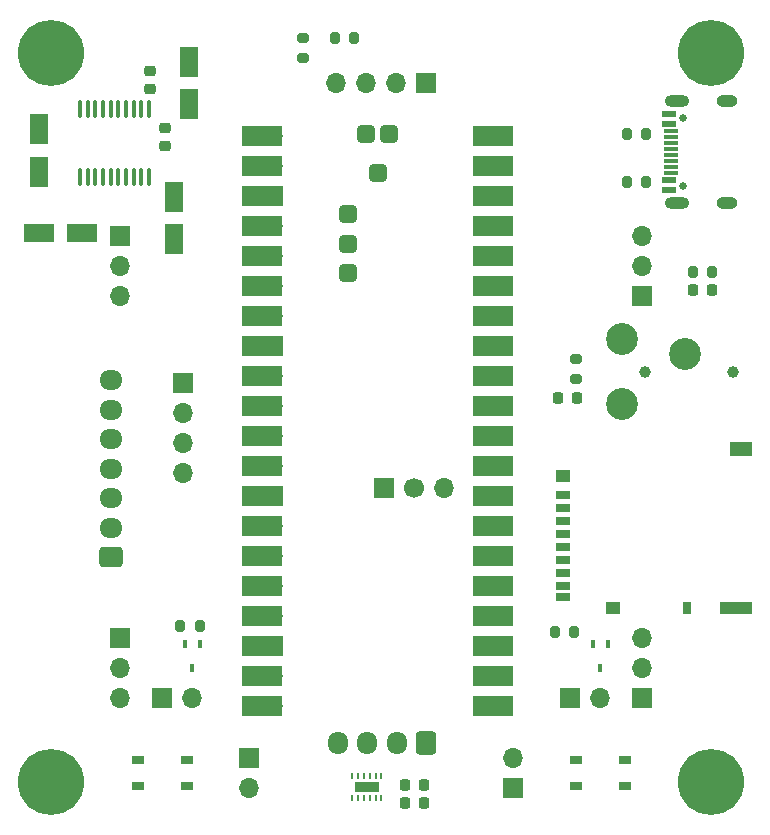
<source format=gbr>
%TF.GenerationSoftware,KiCad,Pcbnew,7.0.10-7.0.10~ubuntu22.04.1*%
%TF.CreationDate,2024-07-18T16:59:02+09:00*%
%TF.ProjectId,TurtlePico,54757274-6c65-4506-9963-6f2e6b696361,rev?*%
%TF.SameCoordinates,Original*%
%TF.FileFunction,Soldermask,Top*%
%TF.FilePolarity,Negative*%
%FSLAX46Y46*%
G04 Gerber Fmt 4.6, Leading zero omitted, Abs format (unit mm)*
G04 Created by KiCad (PCBNEW 7.0.10-7.0.10~ubuntu22.04.1) date 2024-07-18 16:59:02*
%MOMM*%
%LPD*%
G01*
G04 APERTURE LIST*
G04 Aperture macros list*
%AMRoundRect*
0 Rectangle with rounded corners*
0 $1 Rounding radius*
0 $2 $3 $4 $5 $6 $7 $8 $9 X,Y pos of 4 corners*
0 Add a 4 corners polygon primitive as box body*
4,1,4,$2,$3,$4,$5,$6,$7,$8,$9,$2,$3,0*
0 Add four circle primitives for the rounded corners*
1,1,$1+$1,$2,$3*
1,1,$1+$1,$4,$5*
1,1,$1+$1,$6,$7*
1,1,$1+$1,$8,$9*
0 Add four rect primitives between the rounded corners*
20,1,$1+$1,$2,$3,$4,$5,0*
20,1,$1+$1,$4,$5,$6,$7,0*
20,1,$1+$1,$6,$7,$8,$9,0*
20,1,$1+$1,$8,$9,$2,$3,0*%
G04 Aperture macros list end*
%ADD10C,5.600000*%
%ADD11R,0.450000X0.700000*%
%ADD12RoundRect,0.200000X-0.200000X-0.275000X0.200000X-0.275000X0.200000X0.275000X-0.200000X0.275000X0*%
%ADD13RoundRect,0.200000X-0.275000X0.200000X-0.275000X-0.200000X0.275000X-0.200000X0.275000X0.200000X0*%
%ADD14RoundRect,0.200000X0.200000X0.275000X-0.200000X0.275000X-0.200000X-0.275000X0.200000X-0.275000X0*%
%ADD15R,0.250000X0.500000*%
%ADD16R,2.000000X0.900000*%
%ADD17C,1.000000*%
%ADD18C,2.704000*%
%ADD19R,1.700000X1.700000*%
%ADD20O,1.700000X1.700000*%
%ADD21RoundRect,0.225000X0.225000X0.250000X-0.225000X0.250000X-0.225000X-0.250000X0.225000X-0.250000X0*%
%ADD22R,1.050000X0.650000*%
%ADD23RoundRect,0.250000X-0.550000X1.050000X-0.550000X-1.050000X0.550000X-1.050000X0.550000X1.050000X0*%
%ADD24RoundRect,0.225000X0.250000X-0.225000X0.250000X0.225000X-0.250000X0.225000X-0.250000X-0.225000X0*%
%ADD25RoundRect,0.225000X-0.225000X-0.250000X0.225000X-0.250000X0.225000X0.250000X-0.225000X0.250000X0*%
%ADD26R,3.500000X1.700000*%
%ADD27C,1.700000*%
%ADD28RoundRect,0.381000X-0.381000X-0.381000X0.381000X-0.381000X0.381000X0.381000X-0.381000X0.381000X0*%
%ADD29R,1.200000X0.700000*%
%ADD30R,0.800000X1.000000*%
%ADD31R,1.200000X1.000000*%
%ADD32R,2.800000X1.000000*%
%ADD33R,1.900000X1.300000*%
%ADD34RoundRect,0.250000X1.050000X0.550000X-1.050000X0.550000X-1.050000X-0.550000X1.050000X-0.550000X0*%
%ADD35RoundRect,0.100000X-0.100000X0.637500X-0.100000X-0.637500X0.100000X-0.637500X0.100000X0.637500X0*%
%ADD36C,0.650000*%
%ADD37R,1.150000X0.600000*%
%ADD38R,1.150000X0.300000*%
%ADD39O,1.800000X1.000000*%
%ADD40O,2.100000X1.000000*%
%ADD41RoundRect,0.250000X0.550000X-1.050000X0.550000X1.050000X-0.550000X1.050000X-0.550000X-1.050000X0*%
%ADD42RoundRect,0.225000X-0.250000X0.225000X-0.250000X-0.225000X0.250000X-0.225000X0.250000X0.225000X0*%
%ADD43RoundRect,0.250000X0.725000X-0.600000X0.725000X0.600000X-0.725000X0.600000X-0.725000X-0.600000X0*%
%ADD44O,1.950000X1.700000*%
%ADD45RoundRect,0.250000X0.600000X0.725000X-0.600000X0.725000X-0.600000X-0.725000X0.600000X-0.725000X0*%
%ADD46O,1.700000X1.950000*%
G04 APERTURE END LIST*
D10*
%TO.C,REF\u002A\u002A*%
X117856000Y-126492000D03*
%TD*%
D11*
%TO.C,Q1*%
X164988000Y-114840000D03*
X163688000Y-114840000D03*
X164338000Y-116840000D03*
%TD*%
D12*
%TO.C,R4*%
X166561000Y-71628000D03*
X168211000Y-71628000D03*
%TD*%
D13*
%TO.C,R8*%
X139192000Y-63500000D03*
X139192000Y-65150000D03*
%TD*%
D14*
%TO.C,R7*%
X143510000Y-63500000D03*
X141860000Y-63500000D03*
%TD*%
D15*
%TO.C,IC1*%
X145796000Y-125984000D03*
X145296000Y-125984000D03*
X144796000Y-125984000D03*
X144296000Y-125984000D03*
X143796000Y-125984000D03*
X143296000Y-125984000D03*
X143296000Y-127884000D03*
X143796000Y-127884000D03*
X144296000Y-127884000D03*
X144796000Y-127884000D03*
X145296000Y-127884000D03*
X145796000Y-127884000D03*
D16*
X144546000Y-126934000D03*
%TD*%
D14*
%TO.C,R6*%
X130428000Y-113284000D03*
X128778000Y-113284000D03*
%TD*%
D10*
%TO.C,REF\u002A\u002A*%
X173736000Y-126492000D03*
%TD*%
D14*
%TO.C,R5*%
X162115000Y-113792000D03*
X160465000Y-113792000D03*
%TD*%
D17*
%TO.C,J2*%
X175588000Y-91764000D03*
X168088000Y-91764000D03*
D18*
X166188000Y-94514000D03*
X171488000Y-90264000D03*
X166188000Y-89014000D03*
%TD*%
D19*
%TO.C,J10*%
X134620000Y-124460000D03*
D20*
X134620000Y-127000000D03*
%TD*%
D19*
%TO.C,J9*%
X156972000Y-127000000D03*
D20*
X156972000Y-124460000D03*
%TD*%
D21*
%TO.C,C2*%
X162319000Y-93980000D03*
X160769000Y-93980000D03*
%TD*%
D22*
%TO.C,SW2*%
X125179000Y-124655000D03*
X125179000Y-126805000D03*
X129329000Y-124655000D03*
X129329000Y-126805000D03*
%TD*%
D23*
%TO.C,C6*%
X128270000Y-76940000D03*
X128270000Y-80540000D03*
%TD*%
D12*
%TO.C,R3*%
X172149000Y-83312000D03*
X173799000Y-83312000D03*
%TD*%
D24*
%TO.C,C3*%
X126238000Y-67818000D03*
X126238000Y-66268000D03*
%TD*%
D19*
%TO.C,J6*%
X128965000Y-92710000D03*
D20*
X128965000Y-95250000D03*
X128965000Y-97790000D03*
X128965000Y-100330000D03*
%TD*%
D19*
%TO.C,J4*%
X127254000Y-119380000D03*
D20*
X129794000Y-119380000D03*
%TD*%
D25*
%TO.C,C9*%
X147815000Y-126746000D03*
X149365000Y-126746000D03*
%TD*%
D22*
%TO.C,SW1*%
X162263000Y-124655000D03*
X162263000Y-126805000D03*
X166413000Y-124655000D03*
X166413000Y-126805000D03*
%TD*%
D19*
%TO.C,J7*%
X149596000Y-67310000D03*
D20*
X147056000Y-67310000D03*
X144516000Y-67310000D03*
X141976000Y-67310000D03*
%TD*%
%TO.C,U2*%
X136575900Y-71770000D03*
D26*
X135675900Y-71770000D03*
D20*
X136575900Y-74310000D03*
D26*
X135675900Y-74310000D03*
D19*
X136575900Y-76850000D03*
D26*
X135675900Y-76850000D03*
D20*
X136575900Y-79390000D03*
D26*
X135675900Y-79390000D03*
D20*
X136575900Y-81930000D03*
D26*
X135675900Y-81930000D03*
D20*
X136575900Y-84470000D03*
D26*
X135675900Y-84470000D03*
D20*
X136575900Y-87010000D03*
D26*
X135675900Y-87010000D03*
D19*
X136575900Y-89550000D03*
D26*
X135675900Y-89550000D03*
D20*
X136575900Y-92090000D03*
D26*
X135675900Y-92090000D03*
D20*
X136575900Y-94630000D03*
D26*
X135675900Y-94630000D03*
D20*
X136575900Y-97170000D03*
D26*
X135675900Y-97170000D03*
D20*
X136575900Y-99710000D03*
D26*
X135675900Y-99710000D03*
D19*
X136575900Y-102250000D03*
D26*
X135675900Y-102250000D03*
D20*
X136575900Y-104790000D03*
D26*
X135675900Y-104790000D03*
D20*
X136575900Y-107330000D03*
D26*
X135675900Y-107330000D03*
D20*
X136575900Y-109870000D03*
D26*
X135675900Y-109870000D03*
D20*
X136575900Y-112410000D03*
D26*
X135675900Y-112410000D03*
D19*
X136575900Y-114950000D03*
D26*
X135675900Y-114950000D03*
D20*
X136575900Y-117490000D03*
D26*
X135675900Y-117490000D03*
D20*
X136575900Y-120030000D03*
D26*
X135675900Y-120030000D03*
D20*
X154355900Y-120030000D03*
D26*
X155255900Y-120030000D03*
D20*
X154355900Y-117490000D03*
D26*
X155255900Y-117490000D03*
D19*
X154355900Y-114950000D03*
D26*
X155255900Y-114950000D03*
D20*
X154355900Y-112410000D03*
D26*
X155255900Y-112410000D03*
D20*
X154355900Y-109870000D03*
D26*
X155255900Y-109870000D03*
D20*
X154355900Y-107330000D03*
D26*
X155255900Y-107330000D03*
D20*
X154355900Y-104790000D03*
D26*
X155255900Y-104790000D03*
D19*
X154355900Y-102250000D03*
D26*
X155255900Y-102250000D03*
D20*
X154355900Y-99710000D03*
D26*
X155255900Y-99710000D03*
D20*
X154355900Y-97170000D03*
D26*
X155255900Y-97170000D03*
D20*
X154355900Y-94630000D03*
D26*
X155255900Y-94630000D03*
D20*
X154355900Y-92090000D03*
D26*
X155255900Y-92090000D03*
D19*
X154355900Y-89550000D03*
D26*
X155255900Y-89550000D03*
D20*
X154355900Y-87010000D03*
D26*
X155255900Y-87010000D03*
D20*
X154355900Y-84470000D03*
D26*
X155255900Y-84470000D03*
D20*
X154355900Y-81930000D03*
D26*
X155255900Y-81930000D03*
D20*
X154355900Y-79390000D03*
D26*
X155255900Y-79390000D03*
D19*
X154355900Y-76850000D03*
D26*
X155255900Y-76850000D03*
D20*
X154355900Y-74310000D03*
D26*
X155255900Y-74310000D03*
D20*
X154355900Y-71770000D03*
D26*
X155255900Y-71770000D03*
D19*
X146050000Y-101600000D03*
D27*
X148590000Y-101600000D03*
D20*
X151130000Y-101600000D03*
D28*
X145465900Y-74900000D03*
X146465900Y-71600000D03*
X144465900Y-71600000D03*
X142965900Y-78400000D03*
X142965900Y-80900000D03*
X142965900Y-83400000D03*
%TD*%
D29*
%TO.C,J11*%
X161133000Y-102160000D03*
X161133000Y-103260000D03*
X161133000Y-104360000D03*
X161133000Y-105460000D03*
X161133000Y-106560000D03*
X161133000Y-107660000D03*
X161133000Y-108760000D03*
X161133000Y-109860000D03*
X161133000Y-110810000D03*
D30*
X171633000Y-111760000D03*
D31*
X165433000Y-111760000D03*
D32*
X175783000Y-111760000D03*
D31*
X161133000Y-100610000D03*
D33*
X176233000Y-98260000D03*
%TD*%
D34*
%TO.C,C8*%
X120418000Y-80010000D03*
X116818000Y-80010000D03*
%TD*%
D12*
%TO.C,R1*%
X166561000Y-75692000D03*
X168211000Y-75692000D03*
%TD*%
D19*
%TO.C,J3*%
X161798000Y-119380000D03*
D20*
X164338000Y-119380000D03*
%TD*%
D35*
%TO.C,U1*%
X126115000Y-69527500D03*
X125465000Y-69527500D03*
X124815000Y-69527500D03*
X124165000Y-69527500D03*
X123515000Y-69527500D03*
X122865000Y-69527500D03*
X122215000Y-69527500D03*
X121565000Y-69527500D03*
X120915000Y-69527500D03*
X120265000Y-69527500D03*
X120265000Y-75252500D03*
X120915000Y-75252500D03*
X121565000Y-75252500D03*
X122215000Y-75252500D03*
X122865000Y-75252500D03*
X123515000Y-75252500D03*
X124165000Y-75252500D03*
X124815000Y-75252500D03*
X125465000Y-75252500D03*
X126115000Y-75252500D03*
%TD*%
D25*
%TO.C,C10*%
X147828000Y-128270000D03*
X149378000Y-128270000D03*
%TD*%
D10*
%TO.C,REF\u002A\u002A*%
X117856000Y-64770000D03*
%TD*%
D36*
%TO.C,J1*%
X171337500Y-76040000D03*
X171337500Y-70260000D03*
D37*
X170143700Y-76350400D03*
X170143700Y-75550000D03*
D38*
X170272500Y-74400000D03*
X170272500Y-73400000D03*
X170272500Y-72900000D03*
X170272500Y-71900000D03*
D37*
X170143700Y-69950000D03*
X170143700Y-70750000D03*
D38*
X170272500Y-71400000D03*
X170272500Y-72400000D03*
X170272500Y-73900000D03*
X170272500Y-74900000D03*
D39*
X175017500Y-77470000D03*
X175017500Y-68830000D03*
D40*
X170837500Y-77470000D03*
X170837500Y-68830000D03*
%TD*%
D10*
%TO.C,REF\u002A\u002A*%
X173736000Y-64770000D03*
%TD*%
D11*
%TO.C,Q2*%
X130444000Y-114840000D03*
X129144000Y-114840000D03*
X129794000Y-116840000D03*
%TD*%
D23*
%TO.C,C7*%
X116840000Y-71225000D03*
X116840000Y-74825000D03*
%TD*%
D41*
%TO.C,C5*%
X129540000Y-69110000D03*
X129540000Y-65510000D03*
%TD*%
D13*
%TO.C,R2*%
X162306000Y-90678000D03*
X162306000Y-92328000D03*
%TD*%
D42*
%TO.C,C4*%
X127508000Y-71107000D03*
X127508000Y-72657000D03*
%TD*%
D21*
%TO.C,C1*%
X173749000Y-84836000D03*
X172199000Y-84836000D03*
%TD*%
D19*
%TO.C,J14*%
X167894000Y-119365000D03*
D20*
X167894000Y-116825000D03*
X167894000Y-114285000D03*
%TD*%
D43*
%TO.C,J8*%
X122936000Y-107456000D03*
D44*
X122936000Y-104956000D03*
X122936000Y-102456000D03*
X122936000Y-99956000D03*
X122936000Y-97456000D03*
X122936000Y-94956000D03*
X122936000Y-92456000D03*
%TD*%
D19*
%TO.C,J13*%
X123698000Y-80264000D03*
D20*
X123698000Y-82804000D03*
X123698000Y-85344000D03*
%TD*%
D19*
%TO.C,J12*%
X167894000Y-85344000D03*
D20*
X167894000Y-82804000D03*
X167894000Y-80264000D03*
%TD*%
D19*
%TO.C,J15*%
X123698000Y-114300000D03*
D20*
X123698000Y-116840000D03*
X123698000Y-119380000D03*
%TD*%
D45*
%TO.C,J5*%
X149606000Y-123190000D03*
D46*
X147106000Y-123190000D03*
X144606000Y-123190000D03*
X142106000Y-123190000D03*
%TD*%
M02*

</source>
